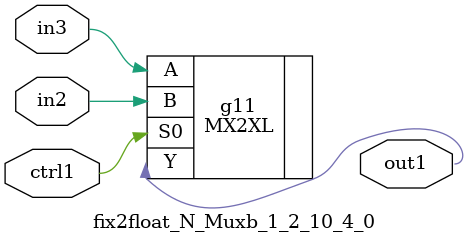
<source format=v>
`timescale 1ps / 1ps


module fix2float_N_Muxb_1_2_10_4_0(in3, in2, ctrl1, out1);
  input in3, in2, ctrl1;
  output out1;
  wire in3, in2, ctrl1;
  wire out1;
  MX2XL g11(.A (in3), .B (in2), .S0 (ctrl1), .Y (out1));
endmodule



</source>
